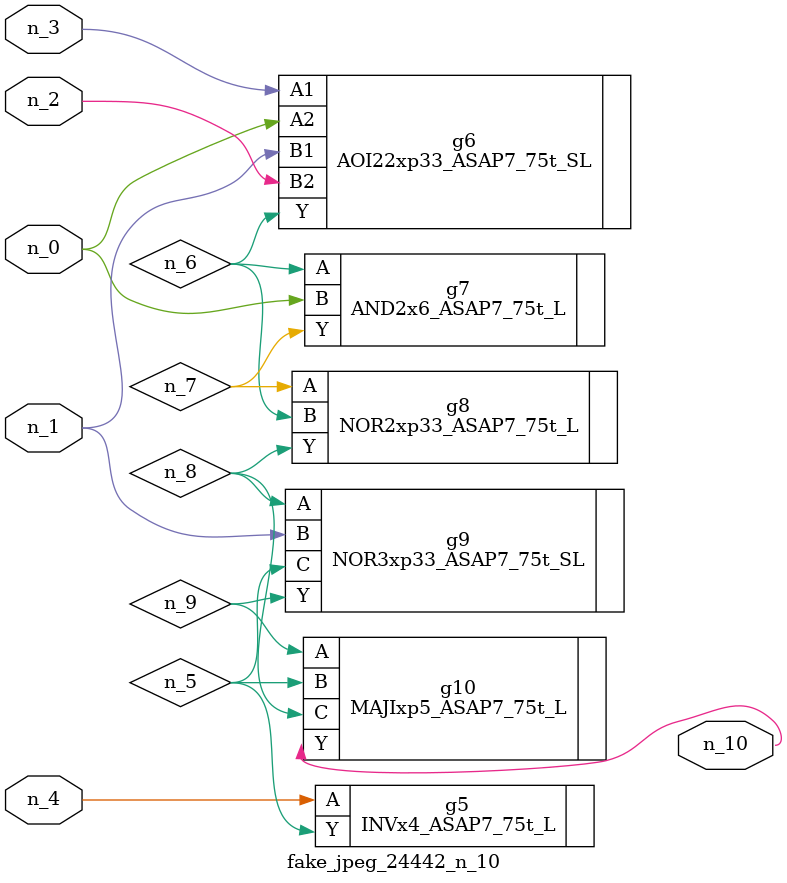
<source format=v>
module fake_jpeg_24442_n_10 (n_3, n_2, n_1, n_0, n_4, n_10);

input n_3;
input n_2;
input n_1;
input n_0;
input n_4;

output n_10;

wire n_8;
wire n_9;
wire n_6;
wire n_5;
wire n_7;

INVx4_ASAP7_75t_L g5 ( 
.A(n_4),
.Y(n_5)
);

AOI22xp33_ASAP7_75t_SL g6 ( 
.A1(n_3),
.A2(n_0),
.B1(n_1),
.B2(n_2),
.Y(n_6)
);

AND2x6_ASAP7_75t_L g7 ( 
.A(n_6),
.B(n_0),
.Y(n_7)
);

NOR2xp33_ASAP7_75t_L g8 ( 
.A(n_7),
.B(n_6),
.Y(n_8)
);

NOR3xp33_ASAP7_75t_SL g9 ( 
.A(n_8),
.B(n_1),
.C(n_5),
.Y(n_9)
);

MAJIxp5_ASAP7_75t_L g10 ( 
.A(n_9),
.B(n_5),
.C(n_8),
.Y(n_10)
);


endmodule
</source>
